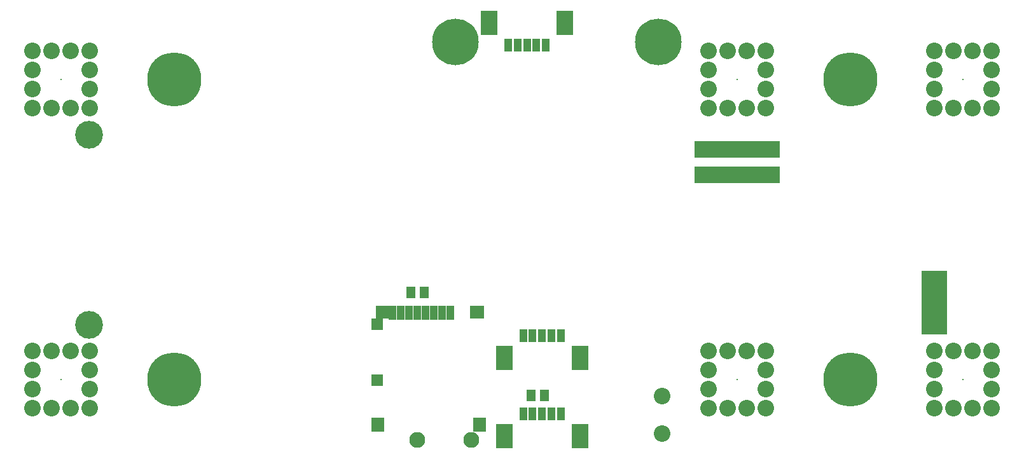
<source format=gbs>
G04 Layer_Color=16711935*
%FSLAX44Y44*%
%MOMM*%
G71*
G01*
G75*
%ADD110R,1.3032X1.6032*%
%ADD147R,1.0032X1.8032*%
%ADD148R,2.3032X3.2032*%
%ADD165R,11.4032X2.2532*%
%ADD170C,6.2032*%
%ADD171C,7.2032*%
%ADD173C,2.2032*%
%ADD174C,0.2032*%
%ADD175C,2.1032*%
%ADD176C,3.7032*%
%ADD177R,3.5000X8.5000*%
%ADD178R,1.7032X1.9032*%
%ADD179R,1.4932X1.5032*%
%ADD180R,1.9032X1.7032*%
%ADD181R,1.4932X1.6032*%
%ADD182R,1.8032X1.7032*%
%ADD183R,1.0032X1.8832*%
D110*
X582750Y-84000D02*
D03*
X565250D02*
D03*
X725250Y-221000D02*
D03*
X742750D02*
D03*
D147*
X727500Y-245500D02*
D03*
X752500D02*
D03*
X740000D02*
D03*
X765000D02*
D03*
X715000D02*
D03*
X732500Y246000D02*
D03*
X707500D02*
D03*
X720000D02*
D03*
X695000D02*
D03*
X745000D02*
D03*
X727500Y-141500D02*
D03*
X752500D02*
D03*
X740000D02*
D03*
X765000D02*
D03*
X715000D02*
D03*
D148*
X790500Y-275000D02*
D03*
X689500D02*
D03*
X669500Y275500D02*
D03*
X770500D02*
D03*
X790500Y-171000D02*
D03*
X689500D02*
D03*
D165*
X1000000Y73000D02*
D03*
X999998Y107002D02*
D03*
D170*
X895000Y250000D02*
D03*
X625000D02*
D03*
D171*
X250000Y-200000D02*
D03*
Y200000D02*
D03*
X1150000D02*
D03*
Y-200000D02*
D03*
D173*
X1261900Y-212700D02*
D03*
Y-187300D02*
D03*
Y-161900D02*
D03*
X1287300D02*
D03*
X1312700D02*
D03*
X1338100D02*
D03*
Y-187300D02*
D03*
Y-212700D02*
D03*
Y-238100D02*
D03*
X1261900D02*
D03*
X1287300D02*
D03*
X1312700D02*
D03*
X961900Y187300D02*
D03*
Y212700D02*
D03*
Y238100D02*
D03*
X987300D02*
D03*
X1012700D02*
D03*
X1038100D02*
D03*
Y212700D02*
D03*
Y187300D02*
D03*
Y161900D02*
D03*
X961900D02*
D03*
X987300D02*
D03*
X1012700D02*
D03*
X961900Y-212700D02*
D03*
Y-187300D02*
D03*
Y-161900D02*
D03*
X987300D02*
D03*
X1012700D02*
D03*
X1038100D02*
D03*
Y-187300D02*
D03*
Y-212700D02*
D03*
Y-238100D02*
D03*
X961900D02*
D03*
X987300D02*
D03*
X1012700D02*
D03*
X61900Y187300D02*
D03*
Y212700D02*
D03*
Y238100D02*
D03*
X87300D02*
D03*
X112700D02*
D03*
X138100D02*
D03*
Y212700D02*
D03*
Y187300D02*
D03*
Y161900D02*
D03*
X61900D02*
D03*
X87300D02*
D03*
X112700D02*
D03*
X61900Y-212700D02*
D03*
Y-187300D02*
D03*
Y-161900D02*
D03*
X87300D02*
D03*
X112700D02*
D03*
X138100D02*
D03*
Y-187300D02*
D03*
Y-212700D02*
D03*
Y-238100D02*
D03*
X61900D02*
D03*
X87300D02*
D03*
X112700D02*
D03*
X1261900Y187300D02*
D03*
Y212700D02*
D03*
Y238100D02*
D03*
X1287300D02*
D03*
X1312700D02*
D03*
X1338100D02*
D03*
Y212700D02*
D03*
Y187300D02*
D03*
Y161900D02*
D03*
X1261900D02*
D03*
X1287300D02*
D03*
X1312700D02*
D03*
X900000Y-272000D02*
D03*
Y-222000D02*
D03*
D174*
X1300000Y-200000D02*
D03*
X1000000Y200000D02*
D03*
Y-200000D02*
D03*
X100000Y200000D02*
D03*
Y-200000D02*
D03*
X1300000Y200000D02*
D03*
D175*
X645750Y-280500D02*
D03*
X574250D02*
D03*
D176*
X137100Y-126600D02*
D03*
Y126600D02*
D03*
D177*
X1262500Y-97500D02*
D03*
D178*
X521500Y-259750D02*
D03*
X656500D02*
D03*
D179*
X520450Y-125750D02*
D03*
D180*
X653500Y-110250D02*
D03*
D181*
X520450Y-200250D02*
D03*
D182*
X527000Y-110250D02*
D03*
D183*
X585000Y-111150D02*
D03*
X596000D02*
D03*
X607000D02*
D03*
X618000D02*
D03*
X541000D02*
D03*
X552000D02*
D03*
X563000D02*
D03*
X574000D02*
D03*
M02*

</source>
